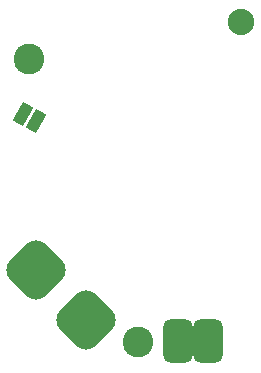
<source format=gbs>
G04*
G04 #@! TF.GenerationSoftware,Altium Limited,Altium Designer,19.0.12 (326)*
G04*
G04 Layer_Color=16711935*
%FSLAX24Y24*%
%MOIN*%
G70*
G01*
G75*
%ADD60C,0.0883*%
G04:AMPARAMS|DCode=61|XSize=145.8mil|YSize=98.6mil|CornerRadius=26.6mil|HoleSize=0mil|Usage=FLASHONLY|Rotation=90.000|XOffset=0mil|YOffset=0mil|HoleType=Round|Shape=RoundedRectangle|*
%AMROUNDEDRECTD61*
21,1,0.1458,0.0453,0,0,90.0*
21,1,0.0925,0.0986,0,0,90.0*
1,1,0.0533,0.0226,0.0463*
1,1,0.0533,0.0226,-0.0463*
1,1,0.0533,-0.0226,-0.0463*
1,1,0.0533,-0.0226,0.0463*
%
%ADD61ROUNDEDRECTD61*%
%ADD62C,0.1025*%
G04:AMPARAMS|DCode=84|XSize=165.5mil|YSize=165.5mil|CornerRadius=43.4mil|HoleSize=0mil|Usage=FLASHONLY|Rotation=45.000|XOffset=0mil|YOffset=0mil|HoleType=Round|Shape=RoundedRectangle|*
%AMROUNDEDRECTD84*
21,1,0.1655,0.0787,0,0,45.0*
21,1,0.0787,0.1655,0,0,45.0*
1,1,0.0867,0.0557,0.0000*
1,1,0.0867,0.0000,-0.0557*
1,1,0.0867,-0.0557,0.0000*
1,1,0.0867,0.0000,0.0557*
%
%ADD84ROUNDEDRECTD84*%
G04:AMPARAMS|DCode=85|XSize=39.5mil|YSize=71mil|CornerRadius=0mil|HoleSize=0mil|Usage=FLASHONLY|Rotation=150.000|XOffset=0mil|YOffset=0mil|HoleType=Round|Shape=Rectangle|*
%AMROTATEDRECTD85*
4,1,4,0.0349,0.0209,-0.0006,-0.0406,-0.0349,-0.0209,0.0006,0.0406,0.0349,0.0209,0.0*
%
%ADD85ROTATEDRECTD85*%

D60*
X3346Y5568D02*
D03*
D61*
X1230Y-5060D02*
D03*
X2230D02*
D03*
D62*
X-3740Y4331D02*
D03*
X-108Y-5089D02*
D03*
D84*
X-3499Y-2686D02*
D03*
X-1829Y-4357D02*
D03*
D85*
X-3915Y2505D02*
D03*
X-3506Y2269D02*
D03*
M02*

</source>
